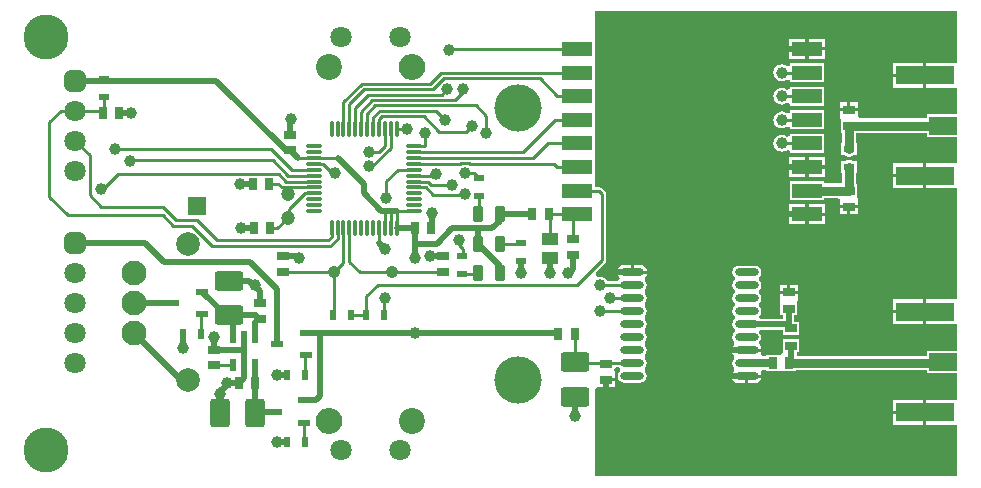
<source format=gtl>
G04*
G04 #@! TF.GenerationSoftware,Altium Limited,Altium Designer,18.1.1 (9)*
G04*
G04 Layer_Physical_Order=1*
G04 Layer_Color=255*
%FSLAX42Y42*%
%MOMM*%
G71*
G01*
G75*
%ADD38C,1.20*%
%ADD39C,4.00*%
G04:AMPARAMS|DCode=40|XSize=1.66mm|YSize=2.42mm|CornerRadius=0.25mm|HoleSize=0mm|Usage=FLASHONLY|Rotation=270.000|XOffset=0mm|YOffset=0mm|HoleType=Round|Shape=RoundedRectangle|*
%AMROUNDEDRECTD40*
21,1,1.66,1.92,0,0,270.0*
21,1,1.16,2.42,0,0,270.0*
1,1,0.50,-0.96,-0.58*
1,1,0.50,-0.96,0.58*
1,1,0.50,0.96,0.58*
1,1,0.50,0.96,-0.58*
%
%ADD40ROUNDEDRECTD40*%
G04:AMPARAMS|DCode=41|XSize=1.66mm|YSize=2.42mm|CornerRadius=0.25mm|HoleSize=0mm|Usage=FLASHONLY|Rotation=0.000|XOffset=0mm|YOffset=0mm|HoleType=Round|Shape=RoundedRectangle|*
%AMROUNDEDRECTD41*
21,1,1.66,1.92,0,0,0.0*
21,1,1.16,2.42,0,0,0.0*
1,1,0.50,0.58,-0.96*
1,1,0.50,-0.58,-0.96*
1,1,0.50,-0.58,0.96*
1,1,0.50,0.58,0.96*
%
%ADD41ROUNDEDRECTD41*%
%ADD42R,0.80X1.00*%
%ADD43R,1.00X0.80*%
%ADD44R,1.02X0.74*%
%ADD45R,0.95X0.60*%
%ADD46R,0.60X1.00*%
%ADD47O,1.45X0.30*%
%ADD48O,0.30X1.45*%
%ADD49R,1.50X1.50*%
%ADD50R,0.60X0.95*%
%ADD51R,1.00X0.60*%
%ADD52R,0.74X1.02*%
%ADD53R,4.90X1.60*%
%ADD54R,2.35X1.50*%
%ADD55R,1.45X1.00*%
G04:AMPARAMS|DCode=56|XSize=0.86mm|YSize=1.35mm|CornerRadius=0.22mm|HoleSize=0mm|Usage=FLASHONLY|Rotation=0.000|XOffset=0mm|YOffset=0mm|HoleType=Round|Shape=RoundedRectangle|*
%AMROUNDEDRECTD56*
21,1,0.86,0.91,0,0,0.0*
21,1,0.42,1.35,0,0,0.0*
1,1,0.44,0.21,-0.46*
1,1,0.44,-0.21,-0.46*
1,1,0.44,-0.21,0.46*
1,1,0.44,0.21,0.46*
%
%ADD56ROUNDEDRECTD56*%
%ADD57R,2.50X1.20*%
%ADD58O,2.00X0.70*%
%ADD59C,0.25*%
%ADD60C,0.50*%
%ADD61C,0.70*%
%ADD62C,0.80*%
%ADD63C,1.06*%
%ADD64C,1.80*%
%ADD65O,2.25X2.20*%
%ADD66C,2.20*%
G04:AMPARAMS|DCode=67|XSize=1.8mm|YSize=1.8mm|CornerRadius=0.45mm|HoleSize=0mm|Usage=FLASHONLY|Rotation=270.000|XOffset=0mm|YOffset=0mm|HoleType=Round|Shape=RoundedRectangle|*
%AMROUNDEDRECTD67*
21,1,1.80,0.90,0,0,270.0*
21,1,0.90,1.80,0,0,270.0*
1,1,0.90,-0.45,-0.45*
1,1,0.90,-0.45,0.45*
1,1,0.90,0.45,0.45*
1,1,0.90,0.45,-0.45*
%
%ADD67ROUNDEDRECTD67*%
%ADD68C,2.00*%
%ADD69C,2.10*%
%ADD70C,1.00*%
%ADD71C,3.80*%
G36*
X7969Y3553D02*
X7963Y3530D01*
X7944Y3530D01*
X7705D01*
Y3425D01*
Y3320D01*
X7944D01*
X7963Y3320D01*
X7969Y3297D01*
Y3095D01*
X7712D01*
Y3061D01*
X7147D01*
X7125Y3070D01*
X7125Y3086D01*
Y3122D01*
X7050D01*
X6975D01*
Y3083D01*
X6975Y3070D01*
X6980Y3047D01*
Y2940D01*
X6989D01*
Y2850D01*
X6982D01*
Y2750D01*
X7017D01*
X7027Y2743D01*
X7050Y2739D01*
X7073Y2743D01*
X7083Y2750D01*
X7118D01*
Y2850D01*
X7111D01*
Y2939D01*
X7712D01*
Y2905D01*
X7969D01*
Y2703D01*
X7963Y2680D01*
X7944Y2680D01*
X7705D01*
Y2575D01*
Y2470D01*
X7944D01*
X7963Y2470D01*
X7969Y2447D01*
Y1553D01*
X7963Y1530D01*
X7944Y1530D01*
X7705D01*
Y1425D01*
Y1320D01*
X7944D01*
X7963Y1320D01*
X7969Y1297D01*
Y1095D01*
X7712D01*
Y1051D01*
X6606D01*
Y1080D01*
X6631D01*
Y1194D01*
X6489D01*
Y1083D01*
X6476Y1060D01*
X6460Y1060D01*
X6350D01*
Y1046D01*
X6317D01*
X6303Y1071D01*
X6307Y1076D01*
X6309Y1087D01*
X6185D01*
X6061D01*
X6063Y1076D01*
X6076Y1056D01*
X6079Y1037D01*
X6078Y1026D01*
X6068Y1011D01*
X6064Y990D01*
X6068Y969D01*
X6078Y954D01*
X6079Y943D01*
X6076Y924D01*
X6063Y904D01*
X6061Y893D01*
X6185D01*
X6309D01*
X6307Y904D01*
X6303Y909D01*
X6317Y934D01*
X6350D01*
Y920D01*
X6460D01*
X6485Y920D01*
X6495Y920D01*
X6605D01*
Y929D01*
X7712D01*
Y905D01*
X7969D01*
Y703D01*
X7963Y680D01*
X7944Y680D01*
X7705D01*
Y575D01*
Y470D01*
X7944D01*
X7963Y470D01*
X7969Y447D01*
Y31D01*
X4900D01*
Y766D01*
X4915Y785D01*
X4925Y785D01*
X4977D01*
Y850D01*
X4990D01*
Y863D01*
X5065D01*
Y902D01*
X5065Y915D01*
X5061Y932D01*
X5072Y951D01*
X5078Y957D01*
X5106D01*
X5110Y950D01*
X5111Y950D01*
Y920D01*
X5110Y920D01*
X5098Y901D01*
X5094Y880D01*
X5098Y859D01*
X5110Y840D01*
X5129Y828D01*
X5150Y824D01*
X5280D01*
X5301Y828D01*
X5320Y840D01*
X5332Y859D01*
X5336Y880D01*
X5332Y901D01*
X5320Y920D01*
X5319Y920D01*
Y950D01*
X5320Y950D01*
X5332Y969D01*
X5336Y990D01*
X5332Y1011D01*
X5320Y1030D01*
X5319Y1030D01*
Y1060D01*
X5320Y1060D01*
X5332Y1079D01*
X5336Y1100D01*
X5332Y1121D01*
X5320Y1140D01*
X5319Y1140D01*
Y1170D01*
X5320Y1170D01*
X5332Y1189D01*
X5336Y1210D01*
X5332Y1231D01*
X5320Y1250D01*
X5319Y1250D01*
Y1280D01*
X5320Y1280D01*
X5332Y1299D01*
X5336Y1320D01*
X5332Y1341D01*
X5320Y1360D01*
X5319Y1360D01*
Y1390D01*
X5320Y1390D01*
X5332Y1409D01*
X5336Y1430D01*
X5332Y1451D01*
X5320Y1470D01*
X5319Y1470D01*
Y1500D01*
X5320Y1500D01*
X5332Y1519D01*
X5336Y1540D01*
X5332Y1561D01*
X5320Y1580D01*
X5319Y1580D01*
Y1610D01*
X5320Y1610D01*
X5332Y1629D01*
X5336Y1650D01*
X5332Y1671D01*
X5322Y1686D01*
X5321Y1697D01*
X5324Y1716D01*
X5337Y1736D01*
X5339Y1747D01*
X5215D01*
X5091D01*
X5093Y1736D01*
X5106Y1716D01*
X5108Y1707D01*
X5091Y1683D01*
X5002D01*
X5001Y1685D01*
X4990Y1700D01*
X4975Y1711D01*
X4958Y1718D01*
X4940Y1721D01*
X4927Y1719D01*
X4906Y1735D01*
X4906Y1759D01*
X4983Y1837D01*
X4991Y1847D01*
X4993Y1860D01*
Y2420D01*
X4991Y2433D01*
X4983Y2443D01*
X4953Y2473D01*
X4943Y2481D01*
X4930Y2483D01*
X4900D01*
Y3969D01*
X7969D01*
Y3553D01*
D02*
G37*
%LPC*%
G36*
X6845Y3735D02*
X6708D01*
Y3663D01*
X6845D01*
Y3735D01*
D02*
G37*
G36*
X6682D02*
X6545D01*
Y3663D01*
X6682D01*
Y3735D01*
D02*
G37*
G36*
X6845Y3637D02*
X6708D01*
Y3565D01*
X6845D01*
Y3637D01*
D02*
G37*
G36*
X6682D02*
X6545D01*
Y3565D01*
X6682D01*
Y3637D01*
D02*
G37*
G36*
X6840Y3530D02*
X6550D01*
Y3515D01*
X6542Y3509D01*
X6525Y3504D01*
X6515Y3511D01*
X6498Y3518D01*
X6480Y3521D01*
X6462Y3518D01*
X6445Y3511D01*
X6430Y3500D01*
X6419Y3485D01*
X6412Y3468D01*
X6409Y3450D01*
X6412Y3432D01*
X6419Y3415D01*
X6430Y3400D01*
X6445Y3389D01*
X6462Y3382D01*
X6480Y3379D01*
X6498Y3382D01*
X6515Y3389D01*
X6525Y3396D01*
X6542Y3391D01*
X6550Y3385D01*
Y3370D01*
X6840D01*
Y3530D01*
D02*
G37*
G36*
X7680Y3530D02*
X7422D01*
Y3438D01*
X7680D01*
Y3530D01*
D02*
G37*
G36*
Y3412D02*
X7422D01*
Y3320D01*
X7680D01*
Y3412D01*
D02*
G37*
G36*
X6840Y3330D02*
X6550D01*
Y3315D01*
X6542Y3309D01*
X6525Y3304D01*
X6515Y3311D01*
X6498Y3318D01*
X6480Y3321D01*
X6462Y3318D01*
X6445Y3311D01*
X6430Y3300D01*
X6419Y3285D01*
X6412Y3268D01*
X6409Y3250D01*
X6412Y3232D01*
X6419Y3215D01*
X6430Y3200D01*
X6445Y3189D01*
X6462Y3182D01*
X6480Y3179D01*
X6498Y3182D01*
X6515Y3189D01*
X6525Y3196D01*
X6542Y3191D01*
X6550Y3185D01*
Y3170D01*
X6840D01*
Y3330D01*
D02*
G37*
G36*
X7125Y3200D02*
X7063D01*
Y3148D01*
X7125D01*
Y3200D01*
D02*
G37*
G36*
X7037D02*
X6975D01*
Y3148D01*
X7037D01*
Y3200D01*
D02*
G37*
G36*
X6840Y3130D02*
X6550D01*
Y3115D01*
X6542Y3109D01*
X6525Y3104D01*
X6515Y3111D01*
X6498Y3118D01*
X6480Y3121D01*
X6462Y3118D01*
X6445Y3111D01*
X6430Y3100D01*
X6419Y3085D01*
X6412Y3068D01*
X6409Y3050D01*
X6412Y3032D01*
X6419Y3015D01*
X6430Y3000D01*
X6445Y2989D01*
X6462Y2982D01*
X6480Y2979D01*
X6498Y2982D01*
X6515Y2989D01*
X6525Y2996D01*
X6542Y2991D01*
X6550Y2985D01*
Y2970D01*
X6840D01*
Y3130D01*
D02*
G37*
G36*
Y2930D02*
X6550D01*
Y2915D01*
X6542Y2909D01*
X6525Y2904D01*
X6515Y2911D01*
X6498Y2918D01*
X6480Y2921D01*
X6462Y2918D01*
X6445Y2911D01*
X6430Y2900D01*
X6419Y2885D01*
X6412Y2868D01*
X6409Y2850D01*
X6412Y2832D01*
X6419Y2815D01*
X6430Y2800D01*
X6445Y2789D01*
X6462Y2782D01*
X6480Y2779D01*
X6498Y2782D01*
X6515Y2789D01*
X6525Y2796D01*
X6542Y2791D01*
X6550Y2785D01*
Y2770D01*
X6840D01*
Y2930D01*
D02*
G37*
G36*
X6845Y2735D02*
X6708D01*
Y2663D01*
X6845D01*
Y2735D01*
D02*
G37*
G36*
X6682D02*
X6545D01*
Y2663D01*
X6682D01*
Y2735D01*
D02*
G37*
G36*
X7680Y2680D02*
X7422D01*
Y2588D01*
X7680D01*
Y2680D01*
D02*
G37*
G36*
X6845Y2637D02*
X6708D01*
Y2565D01*
X6845D01*
Y2637D01*
D02*
G37*
G36*
X6682D02*
X6545D01*
Y2565D01*
X6682D01*
Y2637D01*
D02*
G37*
G36*
X7050Y2711D02*
X7027Y2707D01*
X7017Y2700D01*
X6982D01*
Y2600D01*
X6989D01*
Y2511D01*
X6840D01*
Y2530D01*
X6550D01*
Y2370D01*
X6840D01*
Y2389D01*
X6953D01*
X6975Y2380D01*
X6975Y2364D01*
Y2328D01*
X7125D01*
Y2367D01*
X7125Y2380D01*
X7120Y2403D01*
Y2510D01*
X7111D01*
Y2600D01*
X7118D01*
Y2700D01*
X7083D01*
X7073Y2707D01*
X7050Y2711D01*
D02*
G37*
G36*
X7680Y2562D02*
X7422D01*
Y2470D01*
X7680D01*
Y2562D01*
D02*
G37*
G36*
X6845Y2335D02*
X6708D01*
Y2263D01*
X6845D01*
Y2335D01*
D02*
G37*
G36*
X6682D02*
X6545D01*
Y2263D01*
X6682D01*
Y2335D01*
D02*
G37*
G36*
X7125Y2302D02*
X7063D01*
Y2250D01*
X7125D01*
Y2302D01*
D02*
G37*
G36*
X7037D02*
X6975D01*
Y2250D01*
X7037D01*
Y2302D01*
D02*
G37*
G36*
X6845Y2237D02*
X6708D01*
Y2165D01*
X6845D01*
Y2237D01*
D02*
G37*
G36*
X6682D02*
X6545D01*
Y2165D01*
X6682D01*
Y2237D01*
D02*
G37*
G36*
X5280Y1822D02*
X5228D01*
Y1773D01*
X5339D01*
X5337Y1784D01*
X5324Y1804D01*
X5304Y1817D01*
X5280Y1822D01*
D02*
G37*
G36*
X5202D02*
X5150D01*
X5126Y1817D01*
X5106Y1804D01*
X5093Y1784D01*
X5091Y1773D01*
X5202D01*
Y1822D01*
D02*
G37*
G36*
X6615Y1653D02*
X6553D01*
Y1600D01*
X6615D01*
Y1653D01*
D02*
G37*
G36*
X6527D02*
X6465D01*
Y1600D01*
X6527D01*
Y1653D01*
D02*
G37*
G36*
X7680Y1530D02*
X7422D01*
Y1438D01*
X7680D01*
Y1530D01*
D02*
G37*
G36*
Y1412D02*
X7422D01*
Y1320D01*
X7680D01*
Y1412D01*
D02*
G37*
G36*
X6250Y1816D02*
X6120D01*
X6099Y1812D01*
X6080Y1800D01*
X6068Y1781D01*
X6064Y1760D01*
X6068Y1739D01*
X6080Y1720D01*
X6081Y1720D01*
Y1690D01*
X6080Y1690D01*
X6068Y1671D01*
X6064Y1650D01*
X6068Y1629D01*
X6080Y1610D01*
X6081Y1610D01*
Y1580D01*
X6080Y1580D01*
X6068Y1561D01*
X6064Y1540D01*
X6068Y1519D01*
X6080Y1500D01*
X6081Y1500D01*
Y1470D01*
X6080Y1470D01*
X6068Y1451D01*
X6064Y1430D01*
X6068Y1409D01*
X6080Y1390D01*
X6081Y1390D01*
Y1360D01*
X6080Y1360D01*
X6068Y1341D01*
X6064Y1320D01*
X6068Y1299D01*
X6080Y1280D01*
X6081Y1280D01*
Y1250D01*
X6080Y1250D01*
X6068Y1231D01*
X6064Y1210D01*
X6068Y1189D01*
X6078Y1174D01*
X6079Y1163D01*
X6076Y1144D01*
X6063Y1124D01*
X6061Y1113D01*
X6185D01*
X6309D01*
X6307Y1124D01*
X6294Y1144D01*
X6291Y1163D01*
X6292Y1174D01*
X6302Y1189D01*
X6306Y1210D01*
X6302Y1231D01*
X6290Y1249D01*
X6291Y1253D01*
X6298Y1274D01*
X6489D01*
Y1227D01*
X6631D01*
Y1340D01*
X6586D01*
Y1393D01*
X6610D01*
Y1499D01*
X6615Y1522D01*
X6615Y1535D01*
Y1575D01*
X6465D01*
Y1535D01*
X6465Y1522D01*
X6470Y1499D01*
Y1393D01*
X6494D01*
Y1366D01*
X6298D01*
X6291Y1387D01*
X6290Y1391D01*
X6302Y1409D01*
X6306Y1430D01*
X6302Y1451D01*
X6290Y1470D01*
X6289Y1470D01*
Y1500D01*
X6290Y1500D01*
X6302Y1519D01*
X6306Y1540D01*
X6302Y1561D01*
X6290Y1580D01*
X6289Y1580D01*
Y1610D01*
X6290Y1610D01*
X6302Y1629D01*
X6306Y1650D01*
X6302Y1671D01*
X6290Y1690D01*
X6289Y1690D01*
Y1720D01*
X6290Y1720D01*
X6302Y1739D01*
X6306Y1760D01*
X6302Y1781D01*
X6290Y1800D01*
X6271Y1812D01*
X6250Y1816D01*
D02*
G37*
G36*
X6309Y867D02*
X6198D01*
Y818D01*
X6250D01*
X6274Y823D01*
X6294Y836D01*
X6307Y856D01*
X6309Y867D01*
D02*
G37*
G36*
X6172D02*
X6061D01*
X6063Y856D01*
X6076Y836D01*
X6096Y823D01*
X6120Y818D01*
X6172D01*
Y867D01*
D02*
G37*
G36*
X5065Y837D02*
X5003D01*
Y785D01*
X5065D01*
Y837D01*
D02*
G37*
G36*
X7680Y680D02*
X7422D01*
Y588D01*
X7680D01*
Y680D01*
D02*
G37*
G36*
Y562D02*
X7422D01*
Y470D01*
X7680D01*
Y562D01*
D02*
G37*
%LPD*%
D38*
X2300Y2420D02*
D03*
Y2220D02*
D03*
D39*
X4250Y850D02*
D03*
Y3150D02*
D03*
D40*
X1800Y1393D02*
D03*
Y1688D02*
D03*
X4730Y1000D02*
D03*
Y705D02*
D03*
D41*
X2017Y570D02*
D03*
X1723D02*
D03*
D42*
X6410Y990D02*
D03*
X6545D02*
D03*
X868Y3110D02*
D03*
X732D02*
D03*
X2005Y2510D02*
D03*
X2140D02*
D03*
X2012Y2130D02*
D03*
X2148D02*
D03*
X2017Y820D02*
D03*
X1883D02*
D03*
X3372Y2130D02*
D03*
X3508D02*
D03*
D43*
X6540Y1588D02*
D03*
Y1452D02*
D03*
X2320Y2790D02*
D03*
Y2925D02*
D03*
X2260Y1895D02*
D03*
Y1760D02*
D03*
X2060Y1362D02*
D03*
Y1498D02*
D03*
X1670Y970D02*
D03*
Y1105D02*
D03*
X7050Y3135D02*
D03*
Y3000D02*
D03*
Y2450D02*
D03*
Y2315D02*
D03*
X4710Y2038D02*
D03*
Y1902D02*
D03*
X3610Y1895D02*
D03*
Y1760D02*
D03*
X4990Y985D02*
D03*
Y850D02*
D03*
D44*
X6560Y1136D02*
D03*
Y1284D02*
D03*
D45*
X740Y3395D02*
D03*
Y3245D02*
D03*
X4270Y1855D02*
D03*
Y2005D02*
D03*
X7050Y2800D02*
D03*
Y2650D02*
D03*
X3770Y1745D02*
D03*
Y1895D02*
D03*
X3920Y2405D02*
D03*
Y2555D02*
D03*
D46*
X2025Y1210D02*
D03*
X1930D02*
D03*
X1835D02*
D03*
Y970D02*
D03*
X2025D02*
D03*
D47*
X2523Y2277D02*
D03*
Y2327D02*
D03*
Y2377D02*
D03*
Y2427D02*
D03*
Y2477D02*
D03*
Y2527D02*
D03*
Y2577D02*
D03*
Y2627D02*
D03*
Y2677D02*
D03*
Y2727D02*
D03*
Y2777D02*
D03*
Y2827D02*
D03*
X3367D02*
D03*
Y2777D02*
D03*
Y2727D02*
D03*
Y2677D02*
D03*
Y2627D02*
D03*
Y2577D02*
D03*
Y2527D02*
D03*
Y2477D02*
D03*
Y2427D02*
D03*
Y2377D02*
D03*
Y2327D02*
D03*
Y2277D02*
D03*
D48*
X2670Y2975D02*
D03*
X2720D02*
D03*
X2770D02*
D03*
X2820D02*
D03*
X2870D02*
D03*
X2920D02*
D03*
X2970D02*
D03*
X3020D02*
D03*
X3070D02*
D03*
X3120D02*
D03*
X3170D02*
D03*
X3220D02*
D03*
Y2130D02*
D03*
X3170D02*
D03*
X3120D02*
D03*
X3070D02*
D03*
X3020D02*
D03*
X2970D02*
D03*
X2920D02*
D03*
X2870D02*
D03*
X2820D02*
D03*
X2770D02*
D03*
X2720D02*
D03*
X2670D02*
D03*
D49*
X1530Y2320D02*
D03*
D50*
X3115Y1400D02*
D03*
X2965D02*
D03*
X2835D02*
D03*
X2685D02*
D03*
X1410Y1240D02*
D03*
X1560D02*
D03*
X2295Y890D02*
D03*
X2445D02*
D03*
X2295Y320D02*
D03*
X2445D02*
D03*
D51*
X1330Y1500D02*
D03*
X1570Y1595D02*
D03*
Y1405D02*
D03*
X2450Y1055D02*
D03*
Y1245D02*
D03*
X2210Y1150D02*
D03*
X2440Y485D02*
D03*
Y675D02*
D03*
X2200Y580D02*
D03*
D52*
X4733Y1240D02*
D03*
X4587D02*
D03*
X4367Y2250D02*
D03*
X4513D02*
D03*
D53*
X7693Y1425D02*
D03*
Y575D02*
D03*
Y2575D02*
D03*
Y3425D02*
D03*
D54*
X7850Y1000D02*
D03*
Y3000D02*
D03*
D55*
X4520Y2040D02*
D03*
Y1880D02*
D03*
D56*
X4094Y2250D02*
D03*
X3906D02*
D03*
Y2000D02*
D03*
X4094D02*
D03*
X3906Y1750D02*
D03*
X4094D02*
D03*
D57*
X6695Y2250D02*
D03*
Y2450D02*
D03*
Y2650D02*
D03*
Y2850D02*
D03*
Y3050D02*
D03*
Y3250D02*
D03*
Y3450D02*
D03*
Y3650D02*
D03*
X4745Y2250D02*
D03*
Y2450D02*
D03*
Y2650D02*
D03*
Y2850D02*
D03*
Y3050D02*
D03*
Y3250D02*
D03*
Y3450D02*
D03*
Y3650D02*
D03*
D58*
X5215Y1760D02*
D03*
Y1650D02*
D03*
Y1540D02*
D03*
Y1430D02*
D03*
Y1320D02*
D03*
Y1210D02*
D03*
Y1100D02*
D03*
Y990D02*
D03*
Y880D02*
D03*
X6185Y1760D02*
D03*
Y1650D02*
D03*
Y1540D02*
D03*
Y1430D02*
D03*
Y1320D02*
D03*
Y1210D02*
D03*
Y1100D02*
D03*
Y990D02*
D03*
Y880D02*
D03*
D59*
X6545Y990D02*
X6560Y1005D01*
X6410Y990D02*
X6410Y990D01*
X6533Y1320D02*
X6540Y1314D01*
X3072Y2975D02*
Y3058D01*
X3810Y2950D02*
X3860Y3000D01*
X3580Y2950D02*
X3810D01*
X3980Y2940D02*
Y3080D01*
X3889Y3171D02*
X3980Y3080D01*
X3041Y3171D02*
X3889D01*
X716Y3127D02*
X740Y3151D01*
Y3245D01*
X500Y3127D02*
X716D01*
X3750Y1990D02*
Y2030D01*
Y1990D02*
X3780Y1960D01*
X2383Y2727D02*
X2523D01*
X2597Y2677D02*
X2675Y2600D01*
X2523Y2677D02*
X2597D01*
X2523Y2727D02*
X2720D01*
X1800Y1393D02*
X1835D01*
X3510Y2500D02*
X3690D01*
X3529Y2417D02*
X3797D01*
X3800Y2600D02*
X3875D01*
X3839Y2677D02*
X4553D01*
X3834Y2683D02*
X3839Y2677D01*
X3766Y2683D02*
X3834D01*
X3761Y2677D02*
X3766Y2683D01*
X3367Y2677D02*
X3761D01*
X3854Y2727D02*
X4378D01*
X3853Y2728D02*
X3854Y2727D01*
X3368Y2728D02*
X3853D01*
X3368Y2777D02*
X4287D01*
X2333Y2627D02*
X2523D01*
X2287Y2527D02*
X2523D01*
X2448Y2427D02*
X2523D01*
X2311Y2291D02*
X2448Y2427D01*
X2302Y2577D02*
X2523D01*
X2170Y2710D02*
X2302Y2577D01*
X2222Y2593D02*
X2287Y2527D01*
X2260Y2700D02*
X2333Y2627D01*
X2160Y2800D02*
X2260Y2700D01*
X850Y2800D02*
X2160Y2800D01*
X960Y2710D02*
X2170D01*
X3070Y2010D02*
Y2130D01*
X4265Y2000D02*
X4270Y2005D01*
X4094Y2000D02*
X4265D01*
X3901Y1745D02*
X3906Y1750D01*
X3770Y1745D02*
X3901D01*
X2990Y2630D02*
X3170Y2810D01*
X3780Y1910D02*
Y1960D01*
X863Y2593D02*
X2222Y2593D01*
X740Y2470D02*
X863Y2593D01*
X500Y2873D02*
X623Y2750D01*
Y2568D02*
Y2750D01*
X620Y2565D02*
X623Y2568D01*
X620Y2410D02*
Y2565D01*
Y2410D02*
X720Y2310D01*
X4740Y990D02*
X5215D01*
X4730Y1000D02*
X4733Y1003D01*
Y1240D01*
X4730Y1000D02*
X4740Y990D01*
X3367Y2477D02*
X3469D01*
X3529Y2417D01*
X3797D02*
X3800Y2420D01*
X3875Y2600D02*
X3920Y2555D01*
X3367Y2727D02*
X3368Y2728D01*
X3483Y2527D02*
X3510Y2500D01*
X3367Y2527D02*
X3483D01*
X3508Y2577D02*
X3530Y2600D01*
X3367Y2577D02*
X3508D01*
X4940Y1650D02*
X5215D01*
X5030Y1540D02*
X5215D01*
X4940Y1430D02*
X5215D01*
X7050Y2450D02*
X7050Y2450D01*
X3130Y2390D02*
Y2530D01*
Y2380D02*
Y2390D01*
X3458Y2827D02*
Y2942D01*
X3367Y2827D02*
X3458D01*
X3310Y2975D02*
X3325D01*
X3220D02*
X3310D01*
X3130Y2530D02*
X3228Y2627D01*
X3367D01*
X3170Y2810D02*
Y2975D01*
X2990Y2630D02*
Y2660D01*
X2990Y2780D02*
X3070D01*
X3120Y2830D01*
Y2975D01*
X3450Y3080D02*
X3580Y2950D01*
X3094Y3080D02*
X3450D01*
X3554Y3126D02*
X3630Y3050D01*
X3076Y3126D02*
X3554D01*
X3020Y3070D02*
X3076Y3126D01*
X4287Y2777D02*
X4560Y3050D01*
X3367Y2777D02*
X3368Y2777D01*
X3716Y3216D02*
X3790Y3290D01*
X3660Y3650D02*
X4745D01*
X3602Y3262D02*
X3650Y3310D01*
X3620Y3400D02*
X4430D01*
X3527Y3307D02*
X3620Y3400D01*
X2947Y3307D02*
X3527D01*
X3600Y3450D02*
X4745D01*
X3503Y3353D02*
X3600Y3450D01*
X2923Y3353D02*
X3503D01*
X3016Y3216D02*
X3716D01*
X2982Y3262D02*
X3602D01*
X3072Y3058D02*
X3094Y3080D01*
X3070Y2975D02*
X3072D01*
X2770Y3200D02*
X2923Y3353D01*
X2820Y3180D02*
X2947Y3307D01*
X2870Y3150D02*
X2982Y3262D01*
X2920Y3120D02*
X3016Y3216D01*
X2970Y3100D02*
X3041Y3171D01*
X4580Y2650D02*
X4745D01*
X4553Y2677D02*
X4580Y2650D01*
X4500Y2850D02*
X4745D01*
X4378Y2727D02*
X4500Y2850D01*
X4560Y3050D02*
X4745D01*
X4580Y3250D02*
X4745D01*
X4430Y3400D02*
X4580Y3250D01*
X3020Y2975D02*
Y3070D01*
X2970Y2975D02*
Y3100D01*
X2920Y2975D02*
Y3120D01*
X2870Y2975D02*
Y3150D01*
X2820Y2975D02*
Y3180D01*
X2770Y2975D02*
Y3200D01*
X6480Y2850D02*
X6695D01*
X6480Y3050D02*
X6695D01*
X6480Y3250D02*
X6695D01*
X6480Y3450D02*
X6695D01*
X2965Y1400D02*
Y1555D01*
X3060Y1650D01*
X3863D01*
X3863Y1650D01*
X4750D01*
X4960Y1860D01*
Y2420D01*
X4930Y2450D02*
X4960Y2420D01*
X4745Y2450D02*
X4930D01*
X4513Y2230D02*
X4533Y2250D01*
X4745D01*
X4513Y2230D02*
X4520Y2224D01*
Y2040D02*
Y2224D01*
X4710Y2215D02*
X4745Y2250D01*
X4710Y2038D02*
Y2215D01*
X2835Y1400D02*
X2965D01*
X3115Y1535D02*
X3120Y1540D01*
X3115Y1400D02*
Y1535D01*
X2685Y1400D02*
X2690Y1405D01*
Y1760D01*
X3906Y2250D02*
X3920Y2264D01*
Y2405D01*
X3906Y1750D02*
X3920Y1764D01*
X3120Y2130D02*
Y2277D01*
X1530Y2200D02*
X1700Y2030D01*
X1658Y1980D02*
X2660D01*
X1488Y2150D02*
X1658Y1980D01*
X1700Y2030D02*
X2640D01*
X3220Y2277D02*
X3367D01*
X3220Y2130D02*
Y2277D01*
X3170Y2130D02*
Y2277D01*
X2300Y2477D02*
X2523D01*
X2252D02*
X2300D01*
X2220Y2510D02*
X2252Y2477D01*
X2140Y2510D02*
X2220D01*
X1330Y2150D02*
X1488D01*
X1240Y2240D02*
X1330Y2150D01*
X1350Y2200D02*
X1530D01*
X1240Y2310D02*
X1350Y2200D01*
X720Y2310D02*
X1240D01*
X440Y2240D02*
X1240D01*
X377Y3127D02*
X500D01*
X280Y3030D02*
X377Y3127D01*
X280Y2400D02*
Y3030D01*
Y2400D02*
X440Y2240D01*
X2660Y1980D02*
X2720Y2040D01*
Y2130D01*
X2640Y2030D02*
X2670Y2060D01*
Y2130D01*
X3178Y1760D02*
X3610D01*
X2910D02*
X3178D01*
X2820Y1850D02*
X2910Y1760D01*
X2820Y1850D02*
Y2130D01*
X2690Y1760D02*
X2770Y1840D01*
Y2130D01*
X2260Y1760D02*
X2690D01*
X2148Y2130D02*
X2210D01*
X2300Y2220D01*
X2311Y2231D02*
Y2291D01*
X2300Y2220D02*
X2311Y2231D01*
X2300Y2420D02*
Y2477D01*
X2440Y325D02*
Y485D01*
Y325D02*
X2445Y320D01*
Y1050D02*
X2450Y1055D01*
X2445Y890D02*
Y1050D01*
X1670Y970D02*
X1835D01*
X1773Y1393D02*
X1800D01*
X1560Y1395D02*
X1570Y1405D01*
X1560Y1240D02*
Y1395D01*
X1320Y1500D02*
X1330Y1490D01*
D60*
X6560Y1005D02*
Y1136D01*
X6540Y1314D02*
Y1452D01*
X6185Y1320D02*
X6533D01*
X868Y3110D02*
X970D01*
X3531Y2001D02*
X3561D01*
X3690Y2130D01*
X4030D01*
X3906Y2000D02*
Y2110D01*
X3380Y2001D02*
X3531D01*
X2320Y2790D02*
X2383Y2727D01*
X1883Y820D02*
X1930Y868D01*
X2675Y2600D02*
X2700D01*
X1835Y1210D02*
Y1393D01*
X2030D01*
X6020Y1100D02*
X6185D01*
X6185Y1100D01*
X6020Y880D02*
X6185D01*
X6480Y3650D02*
X6695D01*
X4990Y740D02*
Y850D01*
X4730Y540D02*
Y705D01*
X2210Y890D02*
X2295D01*
X2210Y320D02*
X2295D01*
X1740Y760D02*
X1800Y820D01*
X1723Y760D02*
X1740D01*
X1723Y570D02*
Y760D01*
X1800Y820D02*
X1883D01*
X1670Y1105D02*
X1905D01*
X1930Y868D02*
Y1210D01*
X1890Y2510D02*
X2005D01*
X1900Y2130D02*
X2012D01*
X6470Y2250D02*
X6695D01*
X6480Y2650D02*
X6695D01*
X5060Y1760D02*
X5215D01*
X4670Y1750D02*
X4710Y1790D01*
Y1902D01*
X4520Y1750D02*
Y1880D01*
X4270Y1750D02*
Y1855D01*
X3520Y2142D02*
Y2260D01*
X3508Y2130D02*
X3520Y2142D01*
X2320Y3050D02*
X2330Y3060D01*
X2320Y2955D02*
Y3050D01*
X2280Y2790D02*
X2320D01*
X1689Y3381D02*
X2280Y2790D01*
X2720Y2727D02*
X2940Y2508D01*
Y2430D02*
Y2508D01*
X3092Y2277D02*
X3170D01*
X2940Y2430D02*
X3092Y2277D01*
X3070Y2010D02*
X3120Y1960D01*
X3505Y1895D02*
X3610D01*
X2260D02*
X2365D01*
X1410Y1120D02*
Y1240D01*
X1670Y1105D02*
Y1210D01*
X1800Y1688D02*
X1973D01*
X2060Y1600D01*
Y1498D02*
Y1600D01*
X3906Y2000D02*
X4094Y1813D01*
Y1750D02*
Y1813D01*
X500Y3381D02*
X1689D01*
X3380Y2001D02*
Y2123D01*
Y1880D02*
Y2001D01*
X4094Y2193D02*
Y2250D01*
X4030Y2130D02*
X4094Y2193D01*
X2570Y710D02*
Y1245D01*
X2450D02*
X4587D01*
X3372Y2130D02*
X3380Y2123D01*
X4094Y2250D02*
X4367D01*
X3220Y2130D02*
X3372D01*
X3170Y2277D02*
X3220D01*
X1250Y1850D02*
X1980D01*
X2210Y1150D02*
Y1620D01*
X1980Y1850D02*
X2210Y1620D01*
X2535Y675D02*
X2570Y710D01*
X2440Y675D02*
X2535D01*
X1092Y2008D02*
X1250Y1850D01*
X500Y2008D02*
X1092D01*
X1396Y850D02*
X1450D01*
X1000Y1246D02*
X1396Y850D01*
X2017Y570D02*
Y962D01*
Y570D02*
X2027Y580D01*
X2200D01*
X2017Y962D02*
X2025Y970D01*
Y1210D02*
Y1340D01*
X1570Y1595D02*
X1773Y1393D01*
X1000Y1500D02*
X1320D01*
D61*
X6185Y990D02*
X6410D01*
D62*
X6560D02*
X7840D01*
X7050Y3000D02*
X7850D01*
X7050Y2800D02*
Y3000D01*
Y2450D02*
Y2650D01*
X6695Y2450D02*
X7050D01*
D63*
X2690Y1760D02*
D03*
X3178D02*
D03*
D64*
X3250Y3750D02*
D03*
X2750D02*
D03*
X500Y2619D02*
D03*
Y3127D02*
D03*
Y2873D02*
D03*
Y1500D02*
D03*
Y1754D02*
D03*
Y1246D02*
D03*
Y992D02*
D03*
X3250Y250D02*
D03*
X2750D02*
D03*
D65*
X3350Y3500D02*
D03*
X2650Y500D02*
D03*
D66*
X2650Y3500D02*
D03*
X3350Y500D02*
D03*
D67*
X500Y3381D02*
D03*
Y2008D02*
D03*
D68*
X1450Y850D02*
D03*
Y2000D02*
D03*
D69*
X1000Y1246D02*
D03*
Y1754D02*
D03*
Y1500D02*
D03*
D70*
X6900Y2050D02*
D03*
X6700D02*
D03*
X6500D02*
D03*
X6300D02*
D03*
X6050Y750D02*
D03*
X6200D02*
D03*
X5900D02*
D03*
X7300Y650D02*
D03*
X7150Y3650D02*
D03*
X6950D02*
D03*
X7350Y3850D02*
D03*
X7150D02*
D03*
X6950D02*
D03*
X6750D02*
D03*
X6550D02*
D03*
X6350D02*
D03*
X6150D02*
D03*
X5950D02*
D03*
X5750D02*
D03*
X5550D02*
D03*
X5350D02*
D03*
X5150D02*
D03*
X4950D02*
D03*
X5300Y750D02*
D03*
X5150D02*
D03*
X7500Y3600D02*
D03*
X7350Y3500D02*
D03*
Y3350D02*
D03*
X7800Y3200D02*
D03*
X7650D02*
D03*
X7500D02*
D03*
X7350D02*
D03*
X7200D02*
D03*
X7050Y3300D02*
D03*
X7850Y2400D02*
D03*
X7700D02*
D03*
X7550D02*
D03*
X7400D02*
D03*
X7800Y2800D02*
D03*
X7650D02*
D03*
X7200Y2850D02*
D03*
X7500Y2800D02*
D03*
X7350D02*
D03*
X7250Y2750D02*
D03*
Y2600D02*
D03*
Y2450D02*
D03*
Y2300D02*
D03*
Y2150D02*
D03*
X7100D02*
D03*
X6950D02*
D03*
X6300Y2250D02*
D03*
Y2450D02*
D03*
Y2650D02*
D03*
X6000Y1000D02*
D03*
X5900Y900D02*
D03*
Y1050D02*
D03*
Y1200D02*
D03*
Y1350D02*
D03*
Y1500D02*
D03*
Y1650D02*
D03*
Y1800D02*
D03*
X6450Y2450D02*
D03*
X6900Y3450D02*
D03*
Y3250D02*
D03*
Y3050D02*
D03*
Y2850D02*
D03*
Y2650D02*
D03*
X7300Y500D02*
D03*
X7400Y400D02*
D03*
Y750D02*
D03*
X7550D02*
D03*
Y400D02*
D03*
X7850Y750D02*
D03*
X7700D02*
D03*
X7400Y1250D02*
D03*
X7850D02*
D03*
X7700D02*
D03*
X7550D02*
D03*
X7300Y1350D02*
D03*
Y1500D02*
D03*
X7400Y1600D02*
D03*
X7550D02*
D03*
X7700D02*
D03*
X7850D02*
D03*
X7650Y1100D02*
D03*
X7450D02*
D03*
X7250D02*
D03*
X7050D02*
D03*
X6800D02*
D03*
X7650Y850D02*
D03*
X7450D02*
D03*
X7250D02*
D03*
X7050D02*
D03*
X6800D02*
D03*
X6600D02*
D03*
X6400D02*
D03*
X6390Y1170D02*
D03*
X6380Y1440D02*
D03*
X3860Y3000D02*
D03*
X3980Y2940D02*
D03*
X970Y3110D02*
D03*
X3750Y2030D02*
D03*
X6020Y1100D02*
D03*
X6020Y880D02*
D03*
X6480Y3650D02*
D03*
X4990Y740D02*
D03*
X4730Y540D02*
D03*
X2210Y320D02*
D03*
X2210Y890D02*
D03*
X1723Y730D02*
D03*
X1780Y820D02*
D03*
X1900Y2130D02*
D03*
X1890Y2510D02*
D03*
X1530Y2320D02*
D03*
X6490Y2250D02*
D03*
X6480Y2650D02*
D03*
X5060Y1760D02*
D03*
X4270Y1750D02*
D03*
X4520D02*
D03*
X4670D02*
D03*
X3690Y2500D02*
D03*
X3800Y2600D02*
D03*
X3520Y2260D02*
D03*
X2330Y3060D02*
D03*
X2700Y2600D02*
D03*
X3120Y1960D02*
D03*
X3505Y1895D02*
D03*
X2390Y1880D02*
D03*
X1410Y1120D02*
D03*
X1670Y1210D02*
D03*
X2020Y1650D02*
D03*
X960Y2700D02*
D03*
X720Y2460D02*
D03*
X840Y2800D02*
D03*
X3375Y1245D02*
D03*
X3380Y1880D02*
D03*
X3800Y2420D02*
D03*
X3550Y2590D02*
D03*
X4940Y1430D02*
D03*
X5030Y1540D02*
D03*
X4940Y1650D02*
D03*
X3130Y2390D02*
D03*
X3458Y2942D02*
D03*
X2990Y2660D02*
D03*
X2990Y2780D02*
D03*
X3310Y2975D02*
D03*
X3630Y3050D02*
D03*
X3780Y3310D02*
D03*
X3660Y3640D02*
D03*
X3650Y3310D02*
D03*
X6480Y2850D02*
D03*
Y3050D02*
D03*
Y3250D02*
D03*
Y3450D02*
D03*
X3120Y1540D02*
D03*
D71*
X250Y250D02*
D03*
Y3750D02*
D03*
X7750Y250D02*
D03*
Y3750D02*
D03*
M02*

</source>
